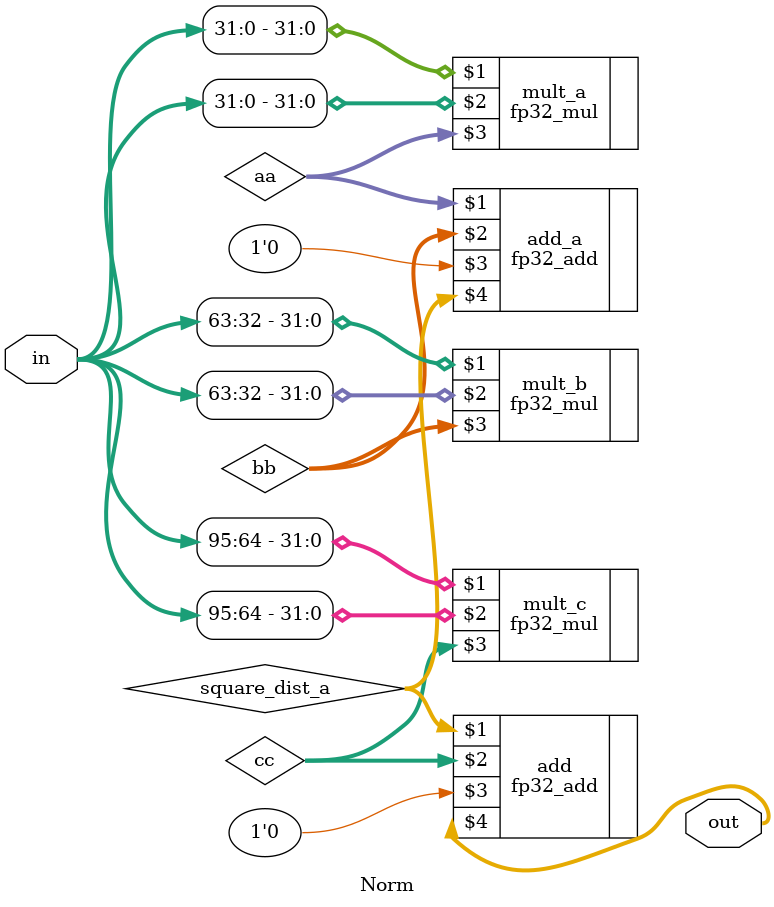
<source format=v>
`timescale 1ns / 1ps


module Norm(
    input [95:0] in,
    output [31:0] out
    );
    
    wire [31:0] aa;
    wire [31:0] bb;
    wire [31:0] cc;
    
    wire[31:0] square_dist_a;
    wire[31:0] square_dist;
    
    
    fp32_mul mult_a(in[0+:32],in[0+:32],aa);
    fp32_mul mult_b(in[32+:32],in[32+:32],bb);
    fp32_mul mult_c(in[64+:32],in[64+:32],cc);
    
    fp32_add add_a(aa,bb,1'b0,square_dist_a);
    fp32_add add(square_dist_a,cc,1'b0,out);
    
    
endmodule

</source>
